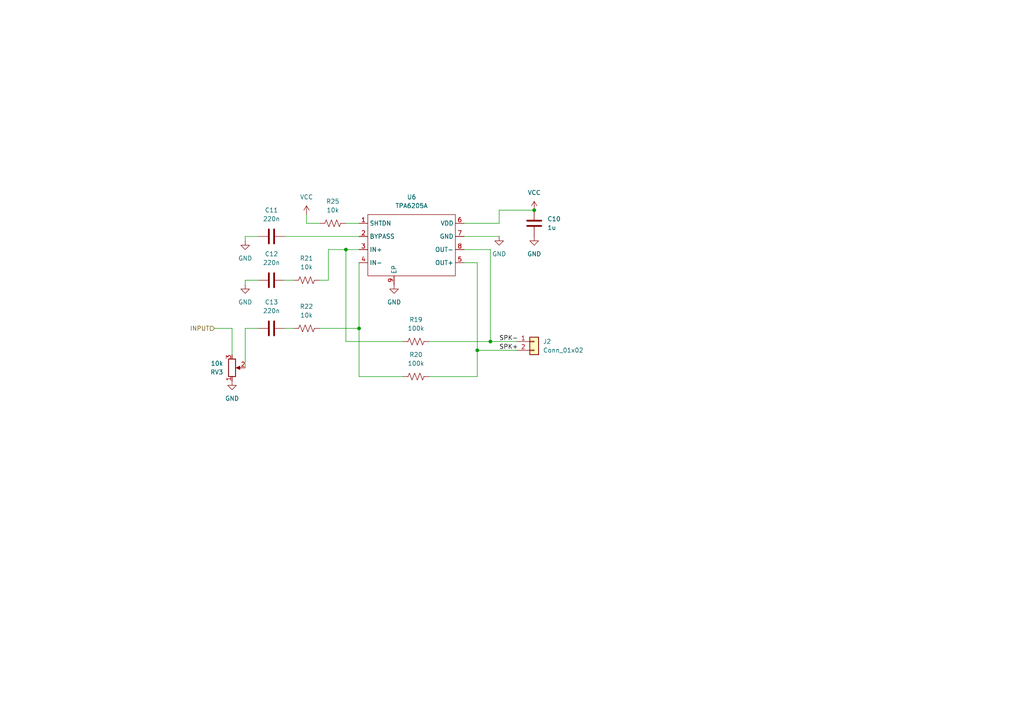
<source format=kicad_sch>
(kicad_sch (version 20231120) (generator "eeschema") (generator_version "8.0")
  (paper "A4")
  (lib_symbols
    (symbol "Connector_Generic:Conn_01x02" (pin_names (offset 1.016) hide)
      (property "Reference" "J" (at 0 2.54 0))
      (property "Value" "Conn_01x02" (at 0 -5.08 0))
      (symbol "Conn_01x02_1_1"
        (rectangle (start -1.27 -2.413) (end 0 -2.667) (stroke (width 0.1524)))
        (rectangle (start -1.27 0.127) (end 0 -0.127) (stroke (width 0.1524)))
        (rectangle (start -1.27 1.27) (end 1.27 -3.81) (stroke (width 0.254)) (fill (type background)))
        (pin passive line (at -5.08 0 0) (length 3.81) (name "Pin_1") (number "1"))
        (pin passive line (at -5.08 -2.54 0) (length 3.81) (name "Pin_2") (number "2"))
      )
    )
    (symbol "Device:C" (pin_numbers hide) (pin_names (offset 0.254))
      (property "Reference" "C" (at 0.635 2.54 0))
      (property "Value" "C" (at 0.635 -2.54 0))
      (symbol "C_0_1"
        (polyline (pts (xy -2.032 -0.762) (xy 2.032 -0.762)) (stroke (width 0.508)))
        (polyline (pts (xy -2.032 0.762) (xy 2.032 0.762)) (stroke (width 0.508)))
      )
      (symbol "C_1_1"
        (pin passive line (at 0 3.81 270) (length 2.794) (name "~") (number "1"))
        (pin passive line (at 0 -3.81 90) (length 2.794) (name "~") (number "2"))
      )
    )
    (symbol "Device:R_Potentiometer" (pin_names (offset 1.016) hide)
      (property "Reference" "RV" (at -4.445 0 90))
      (property "Value" "R_Potentiometer" (at -2.54 0 90))
      (symbol "R_Potentiometer_0_1"
        (polyline (pts (xy 2.54 0) (xy 1.524 0)))
        (polyline (pts (xy 1.143 0) (xy 2.286 0.508) (xy 2.286 -0.508) (xy 1.143 0)) (fill (type outline)))
        (rectangle (start 1.016 2.54) (end -1.016 -2.54) (stroke (width 0.254)))
      )
      (symbol "R_Potentiometer_1_1"
        (pin passive line (at 0 3.81 270) (length 1.27) (name "1") (number "1"))
        (pin passive line (at 3.81 0 180) (length 1.27) (name "2") (number "2"))
        (pin passive line (at 0 -3.81 90) (length 1.27) (name "3") (number "3"))
      )
    )
    (symbol "Device:R_US" (pin_numbers hide) (pin_names (offset 0))
      (property "Reference" "R" (at 2.54 0 90))
      (property "Value" "R_US" (at -2.54 0 90))
      (symbol "R_US_0_1"
        (polyline (pts (xy 0 -2.286) (xy 0 -2.54)))
        (polyline (pts (xy 0 2.286) (xy 0 2.54)))
        (polyline (pts (xy 0 -0.762) (xy 1.016 -1.143) (xy 0 -1.524) (xy -1.016 -1.905) (xy 0 -2.286)))
        (polyline (pts (xy 0 0.762) (xy 1.016 0.381) (xy 0 0) (xy -1.016 -0.381) (xy 0 -0.762)))
        (polyline (pts (xy 0 2.286) (xy 1.016 1.905) (xy 0 1.524) (xy -1.016 1.143) (xy 0 0.762)))
      )
      (symbol "R_US_1_1"
        (pin passive line (at 0 3.81 270) (length 1.27) (name "~") (number "1"))
        (pin passive line (at 0 -3.81 90) (length 1.27) (name "~") (number "2"))
      )
    )
    (symbol "New_Library:TPA6205A"
      (property "Reference" "U" (at 0.762 1.524 0))
      (property "Value" "TPA6205A" (at 20.574 -19.558 0))
      (symbol "TPA6205A_0_1"
        (rectangle (start 0 0) (end 25.4 -17.78))
      )
      (symbol "TPA6205A_1_1"
        (pin input line (at -2.54 -2.54 0) (length 2.54) (name "SHTDN") (number "1"))
        (pin passive line (at -2.54 -6.35 0) (length 2.54) (name "BYPASS") (number "2"))
        (pin input line (at -2.54 -10.16 0) (length 2.54) (name "IN+") (number "3"))
        (pin input line (at -2.54 -13.97 0) (length 2.54) (name "IN-") (number "4"))
        (pin output line (at 27.94 -13.97 180) (length 2.54) (name "OUT+") (number "5"))
        (pin power_in line (at 27.94 -2.54 180) (length 2.54) (name "VDD") (number "6"))
        (pin passive line (at 27.94 -6.35 180) (length 2.54) (name "GND") (number "7"))
        (pin output line (at 27.94 -10.16 180) (length 2.54) (name "OUT-") (number "8"))
        (pin passive line (at 7.62 -20.32 90) (length 2.54) (name "EP") (number "9"))
      )
    )
    (symbol "power:GND" (power) (pin_numbers hide) (pin_names (offset 0) hide)
      (property "Value" "GND" (at 0 -3.81 0))
      (symbol "GND_0_1"
        (polyline (pts (xy 0 0) (xy 0 -1.27) (xy 1.27 -1.27) (xy 0 -2.54) (xy -1.27 -1.27) (xy 0 -1.27)))
      )
      (symbol "GND_1_1"
        (pin power_in line (at 0 0 270) (length 0) (name "~") (number "1"))
      )
    )
    (symbol "power:VCC" (power) (pin_numbers hide) (pin_names (offset 0) hide)
      (property "Value" "VCC" (at 0 3.556 0))
      (symbol "VCC_0_1"
        (polyline (pts (xy -0.762 1.27) (xy 0 2.54)))
        (polyline (pts (xy 0 0) (xy 0 2.54)))
        (polyline (pts (xy 0 2.54) (xy 0.762 1.27)))
      )
      (symbol "VCC_1_1"
        (pin power_in line (at 0 0 90) (length 0) (name "~") (number "1"))
      )
    )
  )
  (junction (at 138.43 101.6))
  (junction (at 142.24 99.06))
  (junction (at 100.33 72.39))
  (junction (at 154.94 60.96))
  (junction (at 104.14 95.25))
  (wire (pts (xy 74.93 68.58) (xy 71.12 68.58)))
  (wire (pts (xy 85.09 81.28) (xy 82.55 81.28)))
  (wire (pts (xy 100.33 99.06) (xy 100.33 72.39)))
  (wire (pts (xy 142.24 99.06) (xy 149.86 99.06)))
  (wire (pts (xy 116.84 109.22) (xy 104.14 109.22)))
  (wire (pts (xy 95.25 81.28) (xy 95.25 72.39)))
  (wire (pts (xy 71.12 81.28) (xy 71.12 82.55)))
  (wire (pts (xy 88.9 62.23) (xy 88.9 64.77)))
  (wire (pts (xy 74.93 81.28) (xy 71.12 81.28)))
  (wire (pts (xy 95.25 72.39) (xy 100.33 72.39)))
  (wire (pts (xy 134.62 72.39) (xy 142.24 72.39)))
  (wire (pts (xy 134.62 64.77) (xy 144.78 64.77)))
  (wire (pts (xy 144.78 60.96) (xy 144.78 64.77)))
  (wire (pts (xy 82.55 95.25) (xy 85.09 95.25)))
  (wire (pts (xy 138.43 109.22) (xy 124.46 109.22)))
  (wire (pts (xy 154.94 60.96) (xy 144.78 60.96)))
  (wire (pts (xy 92.71 95.25) (xy 104.14 95.25)))
  (wire (pts (xy 138.43 101.6) (xy 138.43 76.2)))
  (wire (pts (xy 138.43 101.6) (xy 138.43 109.22)))
  (wire (pts (xy 134.62 68.58) (xy 144.78 68.58)))
  (wire (pts (xy 92.71 64.77) (xy 88.9 64.77)))
  (wire (pts (xy 104.14 95.25) (xy 104.14 76.2)))
  (wire (pts (xy 142.24 72.39) (xy 142.24 99.06)))
  (wire (pts (xy 124.46 99.06) (xy 142.24 99.06)))
  (wire (pts (xy 116.84 99.06) (xy 100.33 99.06)))
  (wire (pts (xy 82.55 68.58) (xy 104.14 68.58)))
  (wire (pts (xy 104.14 109.22) (xy 104.14 95.25)))
  (wire (pts (xy 62.23 95.25) (xy 67.31 95.25)))
  (wire (pts (xy 71.12 68.58) (xy 71.12 69.85)))
  (wire (pts (xy 74.93 95.25) (xy 71.12 95.25)))
  (wire (pts (xy 149.86 101.6) (xy 138.43 101.6)))
  (wire (pts (xy 71.12 95.25) (xy 71.12 106.68)))
  (wire (pts (xy 67.31 95.25) (xy 67.31 102.87)))
  (wire (pts (xy 100.33 72.39) (xy 104.14 72.39)))
  (wire (pts (xy 92.71 81.28) (xy 95.25 81.28)))
  (wire (pts (xy 100.33 64.77) (xy 104.14 64.77)))
  (wire (pts (xy 138.43 76.2) (xy 134.62 76.2)))
  (label "SPK+" (at 144.78 101.6 0))
  (label "SPK-" (at 144.78 99.06 0))
  (hierarchical_label "INPUT" (shape input) (at 62.23 95.25 180))
  (symbol (lib_id "Device:R_US") (at 88.9 81.28 90) (unit 1)
    (property "Reference" "R21" (at 88.9 74.93 90))
    (property "Value" "10k" (at 88.9 77.47 90))
    (property "Footprint" "Resistor_SMD:R_0603_1608Metric_Pad0.98x0.95mm_HandSolder" (effects (hide yes)))
    (property "Description" "Resistor, US symbol" (effects (hide yes)))
  )
  (symbol (lib_id "power:GND") (at 144.78 68.58 0) (unit 1)
    (property "Reference" "#PWR015" (effects (hide yes)))
    (property "Value" "GND" (at 144.78 73.66 0))
    (property "Description" "Power symbol creates a global label with name \"GND\" , ground" (effects (hide yes)))
  )
  (symbol (lib_id "Device:R_US") (at 88.9 95.25 90) (unit 1)
    (property "Reference" "R22" (at 88.9 88.9 90))
    (property "Value" "10k" (at 88.9 91.44 90))
    (property "Footprint" "Resistor_SMD:R_0603_1608Metric_Pad0.98x0.95mm_HandSolder" (effects (hide yes)))
    (property "Description" "Resistor, US symbol" (effects (hide yes)))
  )
  (symbol (lib_id "power:GND") (at 114.3 82.55 0) (unit 1)
    (property "Reference" "#PWR014" (effects (hide yes)))
    (property "Value" "GND" (at 114.3 87.63 0))
    (property "Description" "Power symbol creates a global label with name \"GND\" , ground" (effects (hide yes)))
  )
  (symbol (lib_id "Connector_Generic:Conn_01x02") (at 154.94 99.06 0) (unit 1)
    (property "Reference" "J2" (at 157.48 99.0599 0) (effects (justify left)))
    (property "Value" "Conn_01x02" (at 157.48 101.5999 0) (effects (justify left)))
    (property "Footprint" "Connector_PinSocket_2.54mm:PinSocket_1x02_P2.54mm_Vertical" (effects (hide yes)))
    (property "Description" "Generic connector, single row, 01x02, script generated (kicad-library-utils/schlib/autogen/connector/)" (effects (hide yes)))
  )
  (symbol (lib_id "power:GND") (at 71.12 69.85 0) (unit 1)
    (property "Reference" "#PWR017" (effects (hide yes)))
    (property "Value" "GND" (at 71.12 74.93 0))
    (property "Description" "Power symbol creates a global label with name \"GND\" , ground" (effects (hide yes)))
  )
  (symbol (lib_id "Device:C") (at 154.94 64.77 0) (unit 1)
    (property "Reference" "C10" (at 158.75 63.4999 0) (effects (justify left)))
    (property "Value" "1u" (at 158.75 66.0399 0) (effects (justify left)))
    (property "Footprint" "Capacitor_SMD:C_0603_1608Metric_Pad1.08x0.95mm_HandSolder" (effects (hide yes)))
    (property "Description" "Unpolarized capacitor" (effects (hide yes)))
  )
  (symbol (lib_id "power:VCC") (at 154.94 60.96 0) (unit 1)
    (property "Reference" "#PWR028" (effects (hide yes)))
    (property "Value" "VCC" (at 154.94 55.88 0))
    (property "Description" "Power symbol creates a global label with name \"VCC\"" (effects (hide yes)))
  )
  (symbol (lib_id "Device:R_US") (at 120.65 109.22 90) (unit 1)
    (property "Reference" "R20" (at 120.65 102.87 90))
    (property "Value" "100k" (at 120.65 105.41 90))
    (property "Footprint" "Resistor_SMD:R_0603_1608Metric_Pad0.98x0.95mm_HandSolder" (effects (hide yes)))
    (property "Description" "Resistor, US symbol" (effects (hide yes)))
  )
  (symbol (lib_id "Device:R_US") (at 96.52 64.77 90) (unit 1)
    (property "Reference" "R25" (at 96.52 58.42 90))
    (property "Value" "10k" (at 96.52 60.96 90))
    (property "Footprint" "Resistor_SMD:R_0603_1608Metric_Pad0.98x0.95mm_HandSolder" (effects (hide yes)))
    (property "Description" "Resistor, US symbol" (effects (hide yes)))
  )
  (symbol (lib_id "power:GND") (at 67.31 110.49 0) (unit 1)
    (property "Reference" "#PWR026" (effects (hide yes)))
    (property "Value" "GND" (at 67.31 115.57 0))
    (property "Description" "Power symbol creates a global label with name \"GND\" , ground" (effects (hide yes)))
  )
  (symbol (lib_id "Device:C") (at 78.74 95.25 90) (unit 1)
    (property "Reference" "C13" (at 78.74 87.63 90))
    (property "Value" "220n" (at 78.74 90.17 90))
    (property "Footprint" "Capacitor_SMD:C_0603_1608Metric_Pad1.08x0.95mm_HandSolder" (effects (hide yes)))
    (property "Description" "Unpolarized capacitor" (effects (hide yes)))
  )
  (symbol (lib_id "power:GND") (at 154.94 68.58 0) (unit 1)
    (property "Reference" "#PWR016" (effects (hide yes)))
    (property "Value" "GND" (at 154.94 73.66 0))
    (property "Description" "Power symbol creates a global label with name \"GND\" , ground" (effects (hide yes)))
  )
  (symbol (lib_id "power:GND") (at 71.12 82.55 0) (unit 1)
    (property "Reference" "#PWR018" (effects (hide yes)))
    (property "Value" "GND" (at 71.12 87.63 0))
    (property "Description" "Power symbol creates a global label with name \"GND\" , ground" (effects (hide yes)))
  )
  (symbol (lib_id "power:VCC") (at 88.9 62.23 0) (unit 1)
    (property "Reference" "#PWR027" (effects (hide yes)))
    (property "Value" "VCC" (at 88.9 57.15 0))
    (property "Description" "Power symbol creates a global label with name \"VCC\"" (effects (hide yes)))
  )
  (symbol (lib_id "Device:R_Potentiometer") (at 67.31 106.68 0) (mirror x) (unit 1)
    (property "Reference" "RV3" (at 64.77 107.9501 0) (effects (justify right)))
    (property "Value" "10k" (at 64.77 105.4101 0) (effects (justify right)))
    (property "Footprint" "Potentiometer_THT:Potentiometer_Alps_RK163_Single_Horizontal" (effects (hide yes)))
    (property "Description" "Potentiometer" (effects (hide yes)))
  )
  (symbol (lib_id "Device:C") (at 78.74 68.58 90) (unit 1)
    (property "Reference" "C11" (at 78.74 60.96 90))
    (property "Value" "220n" (at 78.74 63.5 90))
    (property "Footprint" "Capacitor_SMD:C_0603_1608Metric_Pad1.08x0.95mm_HandSolder" (effects (hide yes)))
    (property "Description" "Unpolarized capacitor" (effects (hide yes)))
  )
  (symbol (lib_id "New_Library:TPA6205A") (at 106.68 62.23 0) (unit 1)
    (property "Reference" "U6" (at 119.38 57.15 0))
    (property "Value" "TPA6205A" (at 119.38 59.69 0))
    (property "Footprint" "Package_SO:HVSSOP-8-1EP_3x3mm_P0.65mm_EP1.57x1.89mm" (effects (hide yes)))
    (property "Description" "TPA6205A1 1.25-W Mono Fully Differential Audio Power Amplifier With 1.8-V Input logic Threshold" (effects (hide yes)))
  )
  (symbol (lib_id "Device:R_US") (at 120.65 99.06 90) (unit 1)
    (property "Reference" "R19" (at 120.65 92.71 90))
    (property "Value" "100k" (at 120.65 95.25 90))
    (property "Footprint" "Resistor_SMD:R_0603_1608Metric_Pad0.98x0.95mm_HandSolder" (effects (hide yes)))
    (property "Description" "Resistor, US symbol" (effects (hide yes)))
  )
  (symbol (lib_id "Device:C") (at 78.74 81.28 90) (unit 1)
    (property "Reference" "C12" (at 78.74 73.66 90))
    (property "Value" "220n" (at 78.74 76.2 90))
    (property "Footprint" "Capacitor_SMD:C_0603_1608Metric_Pad1.08x0.95mm_HandSolder" (effects (hide yes)))
    (property "Description" "Unpolarized capacitor" (effects (hide yes)))
  )
)
</source>
